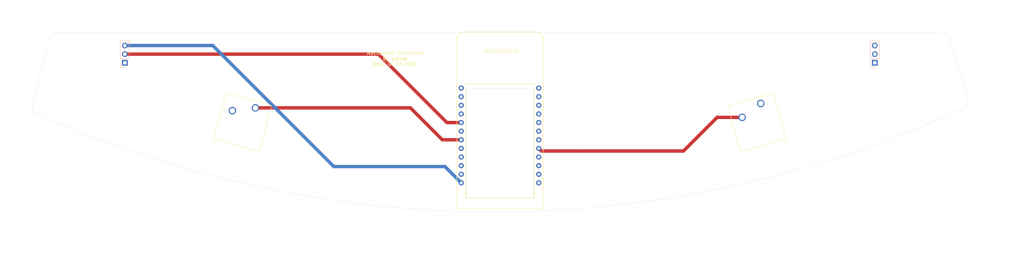
<source format=kicad_pcb>
(kicad_pcb (version 20171130) (host pcbnew "(5.1.6)-1")

  (general
    (thickness 1.6)
    (drawings 22)
    (tracks 14)
    (zones 0)
    (modules 13)
    (nets 23)
  )

  (page A4)
  (layers
    (0 F.Cu signal)
    (31 B.Cu signal)
    (32 B.Adhes user)
    (33 F.Adhes user)
    (34 B.Paste user)
    (35 F.Paste user)
    (36 B.SilkS user)
    (37 F.SilkS user)
    (38 B.Mask user)
    (39 F.Mask user)
    (40 Dwgs.User user)
    (41 Cmts.User user)
    (42 Eco1.User user)
    (43 Eco2.User user)
    (44 Edge.Cuts user)
    (45 Margin user)
    (46 B.CrtYd user)
    (47 F.CrtYd user)
    (48 B.Fab user)
    (49 F.Fab user)
  )

  (setup
    (last_trace_width 1)
    (user_trace_width 0.5)
    (user_trace_width 0.75)
    (user_trace_width 1)
    (trace_clearance 0.2)
    (zone_clearance 0.508)
    (zone_45_only no)
    (trace_min 0.2)
    (via_size 0.8)
    (via_drill 0.4)
    (via_min_size 0.4)
    (via_min_drill 0.3)
    (uvia_size 0.3)
    (uvia_drill 0.1)
    (uvias_allowed no)
    (uvia_min_size 0.2)
    (uvia_min_drill 0.1)
    (edge_width 0.05)
    (segment_width 0.2)
    (pcb_text_width 0.3)
    (pcb_text_size 1.5 1.5)
    (mod_edge_width 0.12)
    (mod_text_size 1 1)
    (mod_text_width 0.15)
    (pad_size 2.7 2.7)
    (pad_drill 2.7)
    (pad_to_mask_clearance 0.05)
    (aux_axis_origin 0 0)
    (visible_elements 7FFFFFFF)
    (pcbplotparams
      (layerselection 0x010fc_ffffffff)
      (usegerberextensions false)
      (usegerberattributes true)
      (usegerberadvancedattributes true)
      (creategerberjobfile true)
      (excludeedgelayer true)
      (linewidth 0.100000)
      (plotframeref false)
      (viasonmask false)
      (mode 1)
      (useauxorigin false)
      (hpglpennumber 1)
      (hpglpenspeed 20)
      (hpglpendiameter 15.000000)
      (psnegative false)
      (psa4output false)
      (plotreference true)
      (plotvalue true)
      (plotinvisibletext false)
      (padsonsilk false)
      (subtractmaskfromsilk false)
      (outputformat 1)
      (mirror false)
      (drillshape 0)
      (scaleselection 1)
      (outputdirectory "gerber/"))
  )

  (net 0 "")
  (net 1 GND)
  (net 2 "Net-(SW1-Pad1)")
  (net 3 "Net-(SW2-Pad2)")
  (net 4 "Net-(U1-Pad6)")
  (net 5 "Net-(U1-Pad8)")
  (net 6 "Net-(U1-Pad9)")
  (net 7 +3V3)
  (net 8 "Net-(U1-Pad19)")
  (net 9 "Net-(U1-Pad20)")
  (net 10 "Net-(U1-Pad21)")
  (net 11 "Net-(U1-Pad18)")
  (net 12 "Net-(U1-Pad11)")
  (net 13 "Net-(U1-Pad10)")
  (net 14 "Net-(U1-Pad1)")
  (net 15 Din)
  (net 16 "Net-(J2-Pad3)")
  (net 17 "Net-(J2-Pad2)")
  (net 18 "Net-(J2-Pad1)")
  (net 19 SDA)
  (net 20 SCL)
  (net 21 RTC_INT)
  (net 22 RTC_OUT)

  (net_class Default "This is the default net class."
    (clearance 0.2)
    (trace_width 0.25)
    (via_dia 0.8)
    (via_drill 0.4)
    (uvia_dia 0.3)
    (uvia_drill 0.1)
    (add_net +3V3)
    (add_net Din)
    (add_net GND)
    (add_net "Net-(J2-Pad1)")
    (add_net "Net-(J2-Pad2)")
    (add_net "Net-(J2-Pad3)")
    (add_net "Net-(SW1-Pad1)")
    (add_net "Net-(SW2-Pad2)")
    (add_net "Net-(U1-Pad1)")
    (add_net "Net-(U1-Pad10)")
    (add_net "Net-(U1-Pad11)")
    (add_net "Net-(U1-Pad18)")
    (add_net "Net-(U1-Pad19)")
    (add_net "Net-(U1-Pad20)")
    (add_net "Net-(U1-Pad21)")
    (add_net "Net-(U1-Pad6)")
    (add_net "Net-(U1-Pad8)")
    (add_net "Net-(U1-Pad9)")
    (add_net RTC_INT)
    (add_net RTC_OUT)
    (add_net SCL)
    (add_net SDA)
  )

  (module ttgo:TTGO_ESP32_TDisplay_v1.1 (layer F.Cu) (tedit 5FF75D98) (tstamp 5FF7D3B0)
    (at 136.1 62.5 270)
    (path /5FE47131)
    (fp_text reference U1 (at 3.81 2.54 90) (layer F.SilkS) hide
      (effects (font (size 1 1) (thickness 0.15)))
    )
    (fp_text value TTGO_T-Display_ESP32 (at 19.304 2.286 90) (layer F.SilkS) hide
      (effects (font (size 1 1) (thickness 0.15)))
    )
    (fp_line (start 45.72 -25.4) (end 0 -25.4) (layer F.SilkS) (width 0.15))
    (fp_line (start 44.45 0) (end 0 0) (layer F.SilkS) (width 0.15))
    (fp_line (start 49.53 -25.4) (end 45.72 -25.4) (layer F.SilkS) (width 0.15))
    (fp_line (start 49.53 0) (end 44.45 0) (layer F.SilkS) (width 0.15))
    (fp_line (start 49.53 -25.4) (end 49.53 0) (layer F.SilkS) (width 0.15))
    (fp_line (start -1.27 -25.4) (end 0 -25.4) (layer F.SilkS) (width 0.15))
    (fp_line (start -2.54 -24.13) (end -1.27 -25.4) (layer F.SilkS) (width 0.15))
    (fp_line (start -2.54 -1.27) (end -2.54 -24.13) (layer F.SilkS) (width 0.15))
    (fp_line (start -1.27 0) (end -2.54 -1.27) (layer F.SilkS) (width 0.15))
    (fp_line (start 0 0) (end -1.27 0) (layer F.SilkS) (width 0.15))
    (fp_line (start 12.7 -2.54) (end 12.7 -22.86) (layer F.SilkS) (width 0.15))
    (fp_line (start 46.355 -2.54) (end 12.7 -2.54) (layer F.SilkS) (width 0.15))
    (fp_line (start 46.355 -22.86) (end 46.355 -2.54) (layer F.SilkS) (width 0.15))
    (fp_line (start 12.7 -22.86) (end 46.355 -22.86) (layer F.SilkS) (width 0.15))
    (pad 13 thru_hole circle (at 41.91 -24.13 270) (size 1.524 1.524) (drill 0.762) (layers *.Cu *.Mask)
      (net 1 GND))
    (pad 14 thru_hole circle (at 39.37 -24.13 270) (size 1.524 1.524) (drill 0.762) (layers *.Cu *.Mask)
      (net 1 GND))
    (pad 15 thru_hole circle (at 36.83 -24.13 270) (size 1.524 1.524) (drill 0.762) (layers *.Cu *.Mask)
      (net 19 SDA))
    (pad 16 thru_hole circle (at 34.29 -24.13 270) (size 1.524 1.524) (drill 0.762) (layers *.Cu *.Mask)
      (net 20 SCL))
    (pad 17 thru_hole circle (at 31.75 -24.13 270) (size 1.524 1.524) (drill 0.762) (layers *.Cu *.Mask)
      (net 3 "Net-(SW2-Pad2)"))
    (pad 18 thru_hole circle (at 29.21 -24.13 270) (size 1.524 1.524) (drill 0.762) (layers *.Cu *.Mask)
      (net 11 "Net-(U1-Pad18)"))
    (pad 19 thru_hole circle (at 26.67 -24.13 270) (size 1.524 1.524) (drill 0.762) (layers *.Cu *.Mask)
      (net 8 "Net-(U1-Pad19)"))
    (pad 20 thru_hole circle (at 24.13 -24.13 270) (size 1.524 1.524) (drill 0.762) (layers *.Cu *.Mask)
      (net 9 "Net-(U1-Pad20)"))
    (pad 21 thru_hole circle (at 21.59 -24.13 270) (size 1.524 1.524) (drill 0.762) (layers *.Cu *.Mask)
      (net 10 "Net-(U1-Pad21)"))
    (pad 22 thru_hole circle (at 19.05 -24.13 270) (size 1.524 1.524) (drill 0.762) (layers *.Cu *.Mask)
      (net 1 GND))
    (pad 23 thru_hole circle (at 16.51 -24.13 270) (size 1.524 1.524) (drill 0.762) (layers *.Cu *.Mask)
      (net 1 GND))
    (pad 24 thru_hole circle (at 13.97 -24.13 270) (size 1.524 1.524) (drill 0.762) (layers *.Cu *.Mask)
      (net 7 +3V3))
    (pad 12 thru_hole circle (at 41.91 -1.27 270) (size 1.524 1.524) (drill 0.762) (layers *.Cu *.Mask)
      (net 7 +3V3))
    (pad 11 thru_hole circle (at 39.37 -1.27 270) (size 1.524 1.524) (drill 0.762) (layers *.Cu *.Mask)
      (net 12 "Net-(U1-Pad11)"))
    (pad 10 thru_hole circle (at 36.83 -1.27 270) (size 1.524 1.524) (drill 0.762) (layers *.Cu *.Mask)
      (net 13 "Net-(U1-Pad10)"))
    (pad 9 thru_hole circle (at 34.29 -1.27 270) (size 1.524 1.524) (drill 0.762) (layers *.Cu *.Mask)
      (net 6 "Net-(U1-Pad9)"))
    (pad 8 thru_hole circle (at 31.75 -1.27 270) (size 1.524 1.524) (drill 0.762) (layers *.Cu *.Mask)
      (net 5 "Net-(U1-Pad8)"))
    (pad 7 thru_hole circle (at 29.21 -1.27 270) (size 1.524 1.524) (drill 0.762) (layers *.Cu *.Mask)
      (net 2 "Net-(SW1-Pad1)"))
    (pad 6 thru_hole circle (at 26.67 -1.27 270) (size 1.524 1.524) (drill 0.762) (layers *.Cu *.Mask)
      (net 4 "Net-(U1-Pad6)"))
    (pad 5 thru_hole circle (at 24.13 -1.27 270) (size 1.524 1.524) (drill 0.762) (layers *.Cu *.Mask)
      (net 15 Din))
    (pad 4 thru_hole circle (at 21.59 -1.27 270) (size 1.524 1.524) (drill 0.762) (layers *.Cu *.Mask)
      (net 22 RTC_OUT))
    (pad 3 thru_hole circle (at 19.05 -1.27 270) (size 1.524 1.524) (drill 0.762) (layers *.Cu *.Mask)
      (net 21 RTC_INT))
    (pad 2 thru_hole circle (at 16.51 -1.27 270) (size 1.524 1.524) (drill 0.762) (layers *.Cu *.Mask)
      (net 1 GND))
    (pad 1 thru_hole circle (at 13.97 -1.27 270) (size 1.524 1.524) (drill 0.762) (layers *.Cu *.Mask)
      (net 14 "Net-(U1-Pad1)"))
  )

  (module MountingHole:MountingHole_2.7mm_M2.5_DIN965 (layer F.Cu) (tedit 56D1B4CB) (tstamp 5FE7F32E)
    (at 283.7 79.9)
    (descr "Mounting Hole 2.7mm, no annular, M2.5, DIN965")
    (tags "mounting hole 2.7mm no annular m2.5 din965")
    (path /5FE84FB6)
    (attr virtual)
    (fp_text reference H8 (at 0 -3.35) (layer F.SilkS) hide
      (effects (font (size 1 1) (thickness 0.15)))
    )
    (fp_text value MountingHole (at 0 3.35) (layer F.Fab)
      (effects (font (size 1 1) (thickness 0.15)))
    )
    (fp_circle (center 0 0) (end 2.6 0) (layer F.CrtYd) (width 0.05))
    (fp_circle (center 0 0) (end 2.35 0) (layer Cmts.User) (width 0.15))
    (fp_text user %R (at 0.3 0) (layer F.Fab)
      (effects (font (size 1 1) (thickness 0.15)))
    )
    (pad 1 np_thru_hole circle (at 0 0) (size 2.7 2.7) (drill 2.7) (layers *.Cu *.Mask))
  )

  (module MountingHole:MountingHole_2.7mm_M2.5_DIN965 (layer F.Cu) (tedit 56D1B4CB) (tstamp 5FE7F326)
    (at 278.6 62.8)
    (descr "Mounting Hole 2.7mm, no annular, M2.5, DIN965")
    (tags "mounting hole 2.7mm no annular m2.5 din965")
    (path /5FE82337)
    (attr virtual)
    (fp_text reference H7 (at 0 -3.35) (layer F.SilkS) hide
      (effects (font (size 1 1) (thickness 0.15)))
    )
    (fp_text value MountingHole (at 0 3.35) (layer F.Fab)
      (effects (font (size 1 1) (thickness 0.15)))
    )
    (fp_circle (center 0 0) (end 2.6 0) (layer F.CrtYd) (width 0.05))
    (fp_circle (center 0 0) (end 2.35 0) (layer Cmts.User) (width 0.15))
    (fp_text user %R (at 0.3 0) (layer F.Fab)
      (effects (font (size 1 1) (thickness 0.15)))
    )
    (pad 1 np_thru_hole circle (at 0 0) (size 2.7 2.7) (drill 2.7) (layers *.Cu *.Mask))
  )

  (module MountingHole:MountingHole_2.7mm_M2.5_DIN965 (layer F.Cu) (tedit 56D1B4CB) (tstamp 5FE7F31E)
    (at 170.6 108.7)
    (descr "Mounting Hole 2.7mm, no annular, M2.5, DIN965")
    (tags "mounting hole 2.7mm no annular m2.5 din965")
    (path /5FE84FB0)
    (attr virtual)
    (fp_text reference H6 (at 0 -3.35) (layer F.SilkS) hide
      (effects (font (size 1 1) (thickness 0.15)))
    )
    (fp_text value MountingHole (at 0 3.35) (layer F.Fab)
      (effects (font (size 1 1) (thickness 0.15)))
    )
    (fp_circle (center 0 0) (end 2.6 0) (layer F.CrtYd) (width 0.05))
    (fp_circle (center 0 0) (end 2.35 0) (layer Cmts.User) (width 0.15))
    (fp_text user %R (at 0.3 0) (layer F.Fab)
      (effects (font (size 1 1) (thickness 0.15)))
    )
    (pad 1 np_thru_hole circle (at 0 0) (size 2.7 2.7) (drill 2.7) (layers *.Cu *.Mask))
  )

  (module MountingHole:MountingHole_2.7mm_M2.5_DIN965 (layer F.Cu) (tedit 56D1B4CB) (tstamp 5FE7F30E)
    (at 127.1 108.7)
    (descr "Mounting Hole 2.7mm, no annular, M2.5, DIN965")
    (tags "mounting hole 2.7mm no annular m2.5 din965")
    (path /5FE84FAA)
    (attr virtual)
    (fp_text reference H4 (at 0 -3.35) (layer F.SilkS) hide
      (effects (font (size 1 1) (thickness 0.15)))
    )
    (fp_text value MountingHole (at 0 3.35) (layer F.Fab)
      (effects (font (size 1 1) (thickness 0.15)))
    )
    (fp_circle (center 0 0) (end 2.6 0) (layer F.CrtYd) (width 0.05))
    (fp_circle (center 0 0) (end 2.35 0) (layer Cmts.User) (width 0.15))
    (fp_text user %R (at 0.3 0) (layer F.Fab)
      (effects (font (size 1 1) (thickness 0.15)))
    )
    (pad 1 np_thru_hole circle (at 0 0) (size 2.7 2.7) (drill 2.7) (layers *.Cu *.Mask))
  )

  (module MountingHole:MountingHole_2.7mm_M2.5_DIN965 (layer F.Cu) (tedit 56D1B4CB) (tstamp 5FE7F2FE)
    (at 13.9 81.6)
    (descr "Mounting Hole 2.7mm, no annular, M2.5, DIN965")
    (tags "mounting hole 2.7mm no annular m2.5 din965")
    (path /5FE84FBC)
    (attr virtual)
    (fp_text reference H2 (at 0 -3.35) (layer F.SilkS) hide
      (effects (font (size 1 1) (thickness 0.15)))
    )
    (fp_text value MountingHole (at 0 3.35) (layer F.Fab)
      (effects (font (size 1 1) (thickness 0.15)))
    )
    (fp_circle (center 0 0) (end 2.6 0) (layer F.CrtYd) (width 0.05))
    (fp_circle (center 0 0) (end 2.35 0) (layer Cmts.User) (width 0.15))
    (fp_text user %R (at 0.3 0) (layer F.Fab)
      (effects (font (size 1 1) (thickness 0.15)))
    )
    (pad 1 np_thru_hole circle (at 0 0) (size 2.7 2.7) (drill 2.7) (layers *.Cu *.Mask))
  )

  (module MountingHole:MountingHole_2.7mm_M2.5_DIN965 (layer F.Cu) (tedit 5FE77236) (tstamp 5FE7F2F6)
    (at 18.7 62.9)
    (descr "Mounting Hole 2.7mm, no annular, M2.5, DIN965")
    (tags "mounting hole 2.7mm no annular m2.5 din965")
    (path /5FE82640)
    (attr virtual)
    (fp_text reference H1 (at 0 -3.35) (layer F.SilkS) hide
      (effects (font (size 1 1) (thickness 0.15)))
    )
    (fp_text value MountingHole (at 0 3.35) (layer F.Fab)
      (effects (font (size 1 1) (thickness 0.15)))
    )
    (fp_circle (center 0 0) (end 2.6 0) (layer F.CrtYd) (width 0.05))
    (fp_circle (center 0 0) (end 2.35 0) (layer Cmts.User) (width 0.15))
    (fp_text user %R (at 0.3 0) (layer F.Fab)
      (effects (font (size 1 1) (thickness 0.15)))
    )
    (pad "" np_thru_hole circle (at 0 0) (size 2.7 2.7) (drill 2.7) (layers *.Cu *.Mask))
  )

  (module Button_Switch_Keyboard:SW_Cherry_MX_6.25u_PCB (layer F.Cu) (tedit 5A02FE24) (tstamp 5FE75472)
    (at 76.7 82.3 345)
    (descr "Cherry MX keyswitch, 6.25u, PCB mount, http://cherryamericas.com/wp-content/uploads/2014/12/mx_cat.pdf")
    (tags "Cherry MX keyswitch 6.25u PCB")
    (path /5FE36FA7)
    (fp_text reference SW1 (at -2.54 -2.794 165) (layer F.SilkS) hide
      (effects (font (size 1 1) (thickness 0.15)))
    )
    (fp_text value SW_Push (at -2.54 12.954 165) (layer F.Fab)
      (effects (font (size 1 1) (thickness 0.15)))
    )
    (fp_line (start -8.89 -1.27) (end 3.81 -1.27) (layer F.Fab) (width 0.1))
    (fp_line (start 3.81 -1.27) (end 3.81 11.43) (layer F.Fab) (width 0.1))
    (fp_line (start 3.81 11.43) (end -8.89 11.43) (layer F.Fab) (width 0.1))
    (fp_line (start -8.89 11.43) (end -8.89 -1.27) (layer F.Fab) (width 0.1))
    (fp_line (start -9.14 11.68) (end -9.14 -1.52) (layer F.CrtYd) (width 0.05))
    (fp_line (start 4.06 11.68) (end -9.14 11.68) (layer F.CrtYd) (width 0.05))
    (fp_line (start 4.06 -1.52) (end 4.06 11.68) (layer F.CrtYd) (width 0.05))
    (fp_line (start -9.14 -1.52) (end 4.06 -1.52) (layer F.CrtYd) (width 0.05))
    (fp_line (start -62.07125 -4.445) (end 56.99125 -4.445) (layer Dwgs.User) (width 0.15))
    (fp_line (start 56.99125 -4.445) (end 56.99125 14.605) (layer Dwgs.User) (width 0.15))
    (fp_line (start 56.99125 14.605) (end -62.07125 14.605) (layer Dwgs.User) (width 0.15))
    (fp_line (start -62.07125 14.605) (end -62.07125 -4.445) (layer Dwgs.User) (width 0.15))
    (fp_line (start -9.525 -1.905) (end 4.445 -1.905) (layer F.SilkS) (width 0.12))
    (fp_line (start 4.445 -1.905) (end 4.445 12.065) (layer F.SilkS) (width 0.12))
    (fp_line (start 4.445 12.065) (end -9.525 12.065) (layer F.SilkS) (width 0.12))
    (fp_line (start -9.525 12.065) (end -9.525 -1.905) (layer F.SilkS) (width 0.12))
    (fp_text user %R (at -2.54 -2.794 165) (layer F.Fab)
      (effects (font (size 1 1) (thickness 0.15)))
    )
    (pad "" np_thru_hole circle (at 47.46 -1.92 345) (size 3.05 3.05) (drill 3.05) (layers *.Cu *.Mask))
    (pad "" np_thru_hole circle (at -52.54 -1.92 345) (size 3.05 3.05) (drill 3.05) (layers *.Cu *.Mask))
    (pad "" np_thru_hole circle (at -52.54 13.32 345) (size 4 4) (drill 4) (layers *.Cu *.Mask))
    (pad "" np_thru_hole circle (at 47.46 13.32 345) (size 4 4) (drill 4) (layers *.Cu *.Mask))
    (pad "" np_thru_hole circle (at 2.54 5.08 345) (size 1.7 1.7) (drill 1.7) (layers *.Cu *.Mask))
    (pad "" np_thru_hole circle (at -7.62 5.08 345) (size 1.7 1.7) (drill 1.7) (layers *.Cu *.Mask))
    (pad "" np_thru_hole circle (at -2.54 5.08 345) (size 4 4) (drill 4) (layers *.Cu *.Mask))
    (pad 2 thru_hole circle (at -6.35 2.54 345) (size 2.2 2.2) (drill 1.5) (layers *.Cu *.Mask)
      (net 1 GND))
    (pad 1 thru_hole circle (at 0 0 345) (size 2.2 2.2) (drill 1.5) (layers *.Cu *.Mask)
      (net 2 "Net-(SW1-Pad1)"))
    (model ${KISYS3DMOD}/Button_Switch_Keyboard.3dshapes/SW_Cherry_MX_6.25u_PCB.wrl
      (at (xyz 0 0 0))
      (scale (xyz 1 1 1))
      (rotate (xyz 0 0 0))
    )
  )

  (module Button_Switch_Keyboard:SW_Cherry_MX_6.25u_PCB (layer F.Cu) (tedit 5A02FE24) (tstamp 5FE3C984)
    (at 225.67 81 15)
    (descr "Cherry MX keyswitch, 6.25u, PCB mount, http://cherryamericas.com/wp-content/uploads/2014/12/mx_cat.pdf")
    (tags "Cherry MX keyswitch 6.25u PCB")
    (path /5FE36873)
    (fp_text reference SW2 (at -2.54 -2.794 15) (layer F.SilkS) hide
      (effects (font (size 1 1) (thickness 0.15)))
    )
    (fp_text value SW_Push (at -2.54 12.954 15) (layer F.Fab)
      (effects (font (size 1 1) (thickness 0.15)))
    )
    (fp_line (start -9.525 12.065) (end -9.525 -1.905) (layer F.SilkS) (width 0.12))
    (fp_line (start 4.445 12.065) (end -9.525 12.065) (layer F.SilkS) (width 0.12))
    (fp_line (start 4.445 -1.905) (end 4.445 12.065) (layer F.SilkS) (width 0.12))
    (fp_line (start -9.525 -1.905) (end 4.445 -1.905) (layer F.SilkS) (width 0.12))
    (fp_line (start -62.07125 14.605) (end -62.07125 -4.445) (layer Dwgs.User) (width 0.15))
    (fp_line (start 56.99125 14.605) (end -62.07125 14.605) (layer Dwgs.User) (width 0.15))
    (fp_line (start 56.99125 -4.445) (end 56.99125 14.605) (layer Dwgs.User) (width 0.15))
    (fp_line (start -62.07125 -4.445) (end 56.99125 -4.445) (layer Dwgs.User) (width 0.15))
    (fp_line (start -9.14 -1.52) (end 4.06 -1.52) (layer F.CrtYd) (width 0.05))
    (fp_line (start 4.06 -1.52) (end 4.06 11.68) (layer F.CrtYd) (width 0.05))
    (fp_line (start 4.06 11.68) (end -9.14 11.68) (layer F.CrtYd) (width 0.05))
    (fp_line (start -9.14 11.68) (end -9.14 -1.52) (layer F.CrtYd) (width 0.05))
    (fp_line (start -8.89 11.43) (end -8.89 -1.27) (layer F.Fab) (width 0.1))
    (fp_line (start 3.81 11.43) (end -8.89 11.43) (layer F.Fab) (width 0.1))
    (fp_line (start 3.81 -1.27) (end 3.81 11.43) (layer F.Fab) (width 0.1))
    (fp_line (start -8.89 -1.27) (end 3.81 -1.27) (layer F.Fab) (width 0.1))
    (fp_text user %R (at -2.54 -2.794 15) (layer F.Fab)
      (effects (font (size 1 1) (thickness 0.15)))
    )
    (pad 1 thru_hole circle (at 0 0 15) (size 2.2 2.2) (drill 1.5) (layers *.Cu *.Mask)
      (net 1 GND))
    (pad 2 thru_hole circle (at -6.35 2.54 15) (size 2.2 2.2) (drill 1.5) (layers *.Cu *.Mask)
      (net 3 "Net-(SW2-Pad2)"))
    (pad "" np_thru_hole circle (at -2.54 5.08 15) (size 4 4) (drill 4) (layers *.Cu *.Mask))
    (pad "" np_thru_hole circle (at -7.62 5.08 15) (size 1.7 1.7) (drill 1.7) (layers *.Cu *.Mask))
    (pad "" np_thru_hole circle (at 2.54 5.08 15) (size 1.7 1.7) (drill 1.7) (layers *.Cu *.Mask))
    (pad "" np_thru_hole circle (at 47.46 13.32 15) (size 4 4) (drill 4) (layers *.Cu *.Mask))
    (pad "" np_thru_hole circle (at -52.54 13.32 15) (size 4 4) (drill 4) (layers *.Cu *.Mask))
    (pad "" np_thru_hole circle (at -52.54 -1.92 15) (size 3.05 3.05) (drill 3.05) (layers *.Cu *.Mask))
    (pad "" np_thru_hole circle (at 47.46 -1.92 15) (size 3.05 3.05) (drill 3.05) (layers *.Cu *.Mask))
    (model ${KISYS3DMOD}/Button_Switch_Keyboard.3dshapes/SW_Cherry_MX_6.25u_PCB.wrl
      (at (xyz 0 0 0))
      (scale (xyz 1 1 1))
      (rotate (xyz 0 0 0))
    )
  )

  (module Connector_PinHeader_2.54mm:PinHeader_1x03_P2.54mm_Vertical (layer B.Cu) (tedit 59FED5CC) (tstamp 5FE8054A)
    (at 38.2 69)
    (descr "Through hole straight pin header, 1x03, 2.54mm pitch, single row")
    (tags "Through hole pin header THT 1x03 2.54mm single row")
    (path /5FE7B82D)
    (fp_text reference J1 (at 0 2.33) (layer B.SilkS) hide
      (effects (font (size 1 1) (thickness 0.15)) (justify mirror))
    )
    (fp_text value Conn_01x03_Male (at 0 -7.41) (layer B.Fab)
      (effects (font (size 1 1) (thickness 0.15)) (justify mirror))
    )
    (fp_line (start -0.635 1.27) (end 1.27 1.27) (layer B.Fab) (width 0.1))
    (fp_line (start 1.27 1.27) (end 1.27 -6.35) (layer B.Fab) (width 0.1))
    (fp_line (start 1.27 -6.35) (end -1.27 -6.35) (layer B.Fab) (width 0.1))
    (fp_line (start -1.27 -6.35) (end -1.27 0.635) (layer B.Fab) (width 0.1))
    (fp_line (start -1.27 0.635) (end -0.635 1.27) (layer B.Fab) (width 0.1))
    (fp_line (start -1.33 -6.41) (end 1.33 -6.41) (layer B.SilkS) (width 0.12))
    (fp_line (start -1.33 -1.27) (end -1.33 -6.41) (layer B.SilkS) (width 0.12))
    (fp_line (start 1.33 -1.27) (end 1.33 -6.41) (layer B.SilkS) (width 0.12))
    (fp_line (start -1.33 -1.27) (end 1.33 -1.27) (layer B.SilkS) (width 0.12))
    (fp_line (start -1.33 0) (end -1.33 1.33) (layer B.SilkS) (width 0.12))
    (fp_line (start -1.33 1.33) (end 0 1.33) (layer B.SilkS) (width 0.12))
    (fp_line (start -1.8 1.8) (end -1.8 -6.85) (layer B.CrtYd) (width 0.05))
    (fp_line (start -1.8 -6.85) (end 1.8 -6.85) (layer B.CrtYd) (width 0.05))
    (fp_line (start 1.8 -6.85) (end 1.8 1.8) (layer B.CrtYd) (width 0.05))
    (fp_line (start 1.8 1.8) (end -1.8 1.8) (layer B.CrtYd) (width 0.05))
    (fp_text user %R (at 0 -2.54 -90) (layer B.Fab)
      (effects (font (size 1 1) (thickness 0.15)) (justify mirror))
    )
    (pad 1 thru_hole rect (at 0 0) (size 1.7 1.7) (drill 1) (layers *.Cu *.Mask)
      (net 1 GND))
    (pad 2 thru_hole oval (at 0 -2.54) (size 1.7 1.7) (drill 1) (layers *.Cu *.Mask)
      (net 15 Din))
    (pad 3 thru_hole oval (at 0 -5.08) (size 1.7 1.7) (drill 1) (layers *.Cu *.Mask)
      (net 7 +3V3))
    (model ${KISYS3DMOD}/Connector_PinHeader_2.54mm.3dshapes/PinHeader_1x03_P2.54mm_Vertical.wrl
      (at (xyz 0 0 0))
      (scale (xyz 1 1 1))
      (rotate (xyz 0 0 0))
    )
  )

  (module Connector_PinHeader_2.54mm:PinHeader_1x03_P2.54mm_Vertical (layer B.Cu) (tedit 59FED5CC) (tstamp 5FE80482)
    (at 259.3 69)
    (descr "Through hole straight pin header, 1x03, 2.54mm pitch, single row")
    (tags "Through hole pin header THT 1x03 2.54mm single row")
    (path /5FE7F7C8)
    (fp_text reference J2 (at 0 2.33) (layer B.SilkS) hide
      (effects (font (size 1 1) (thickness 0.15)) (justify mirror))
    )
    (fp_text value Conn_01x03_Male (at 0 -7.41) (layer B.Fab)
      (effects (font (size 1 1) (thickness 0.15)) (justify mirror))
    )
    (fp_line (start 1.8 1.8) (end -1.8 1.8) (layer B.CrtYd) (width 0.05))
    (fp_line (start 1.8 -6.85) (end 1.8 1.8) (layer B.CrtYd) (width 0.05))
    (fp_line (start -1.8 -6.85) (end 1.8 -6.85) (layer B.CrtYd) (width 0.05))
    (fp_line (start -1.8 1.8) (end -1.8 -6.85) (layer B.CrtYd) (width 0.05))
    (fp_line (start -1.33 1.33) (end 0 1.33) (layer B.SilkS) (width 0.12))
    (fp_line (start -1.33 0) (end -1.33 1.33) (layer B.SilkS) (width 0.12))
    (fp_line (start -1.33 -1.27) (end 1.33 -1.27) (layer B.SilkS) (width 0.12))
    (fp_line (start 1.33 -1.27) (end 1.33 -6.41) (layer B.SilkS) (width 0.12))
    (fp_line (start -1.33 -1.27) (end -1.33 -6.41) (layer B.SilkS) (width 0.12))
    (fp_line (start -1.33 -6.41) (end 1.33 -6.41) (layer B.SilkS) (width 0.12))
    (fp_line (start -1.27 0.635) (end -0.635 1.27) (layer B.Fab) (width 0.1))
    (fp_line (start -1.27 -6.35) (end -1.27 0.635) (layer B.Fab) (width 0.1))
    (fp_line (start 1.27 -6.35) (end -1.27 -6.35) (layer B.Fab) (width 0.1))
    (fp_line (start 1.27 1.27) (end 1.27 -6.35) (layer B.Fab) (width 0.1))
    (fp_line (start -0.635 1.27) (end 1.27 1.27) (layer B.Fab) (width 0.1))
    (fp_text user %R (at 0 -2.54 270) (layer B.Fab)
      (effects (font (size 1 1) (thickness 0.15)) (justify mirror))
    )
    (pad 3 thru_hole oval (at 0 -5.08) (size 1.7 1.7) (drill 1) (layers *.Cu *.Mask)
      (net 16 "Net-(J2-Pad3)"))
    (pad 2 thru_hole oval (at 0 -2.54) (size 1.7 1.7) (drill 1) (layers *.Cu *.Mask)
      (net 17 "Net-(J2-Pad2)"))
    (pad 1 thru_hole rect (at 0 0) (size 1.7 1.7) (drill 1) (layers *.Cu *.Mask)
      (net 18 "Net-(J2-Pad1)"))
    (model ${KISYS3DMOD}/Connector_PinHeader_2.54mm.3dshapes/PinHeader_1x03_P2.54mm_Vertical.wrl
      (at (xyz 0 0 0))
      (scale (xyz 1 1 1))
      (rotate (xyz 0 0 0))
    )
  )

  (module MountingHole:MountingHole_2.7mm_M2.5_DIN965 (layer F.Cu) (tedit 56D1B4CB) (tstamp 5FF3DB7F)
    (at 129.3 63)
    (descr "Mounting Hole 2.7mm, no annular, M2.5, DIN965")
    (tags "mounting hole 2.7mm no annular m2.5 din965")
    (path /5FE81DFA)
    (attr virtual)
    (fp_text reference H3 (at 0 -3.35) (layer F.SilkS) hide
      (effects (font (size 1 1) (thickness 0.15)))
    )
    (fp_text value MountingHole (at 0 3.35) (layer F.Fab) hide
      (effects (font (size 1 1) (thickness 0.15)))
    )
    (fp_circle (center 0 0) (end 2.6 0) (layer F.CrtYd) (width 0.05))
    (fp_circle (center 0 0) (end 2.35 0) (layer Cmts.User) (width 0.15))
    (fp_text user %R (at 0.3 0) (layer F.Fab) hide
      (effects (font (size 1 1) (thickness 0.15)))
    )
    (pad 1 np_thru_hole circle (at 0 0) (size 2.7 2.7) (drill 2.7) (layers *.Cu *.Mask))
  )

  (module MountingHole:MountingHole_2.7mm_M2.5_DIN965 (layer F.Cu) (tedit 56D1B4CB) (tstamp 5FF3DB87)
    (at 168 63.3)
    (descr "Mounting Hole 2.7mm, no annular, M2.5, DIN965")
    (tags "mounting hole 2.7mm no annular m2.5 din965")
    (path /5FE820EA)
    (attr virtual)
    (fp_text reference H5 (at 0 -3.35) (layer F.SilkS) hide
      (effects (font (size 1 1) (thickness 0.15)))
    )
    (fp_text value MountingHole (at 0 3.35) (layer F.Fab) hide
      (effects (font (size 1 1) (thickness 0.15)))
    )
    (fp_circle (center 0 0) (end 2.35 0) (layer Cmts.User) (width 0.15))
    (fp_circle (center 0 0) (end 2.6 0) (layer F.CrtYd) (width 0.05))
    (fp_text user %R (at 1.824999 0.924999) (layer F.Fab) hide
      (effects (font (size 1 1) (thickness 0.15)))
    )
    (pad 1 np_thru_hole circle (at 0 0) (size 2.7 2.7) (drill 2.7) (layers *.Cu *.Mask))
  )

  (gr_text JLCJLCJLCJLC (at 149.2 65.5) (layer F.SilkS)
    (effects (font (size 1 1) (thickness 0.15)))
  )
  (gr_text "Mechanical CubeTimer\nBy Waitee\nRev2 07.01.2021" (at 117.9 67.8) (layer F.SilkS)
    (effects (font (size 1 1) (thickness 0.15)))
  )
  (gr_line (start 158.8 77.1) (end 158.8 78) (layer Edge.Cuts) (width 0.05) (tstamp 5FE7BCEB))
  (gr_line (start 158.3 76.6) (end 157.7 76.6) (layer Edge.Cuts) (width 0.05) (tstamp 5FE7BCEA))
  (gr_arc (start 158.3 77.1) (end 158.8 77.1) (angle -90) (layer Edge.Cuts) (width 0.05) (tstamp 5FE7BCE3))
  (gr_line (start 139.3 76.6) (end 157.7 76.6) (layer Edge.Cuts) (width 0.05))
  (gr_line (start 158.8 108.1) (end 158.8 78) (layer Edge.Cuts) (width 0.05))
  (gr_arc (start 139.3 77.1) (end 139.3 76.6) (angle -90) (layer Edge.Cuts) (width 0.05) (tstamp 5FE7BCDE))
  (gr_arc (start 158.3 108.1) (end 158.3 108.6) (angle -90) (layer Edge.Cuts) (width 0.05) (tstamp 5FE7BCDB))
  (gr_line (start 139.3 108.6) (end 158.3 108.6) (layer Edge.Cuts) (width 0.05))
  (gr_arc (start 139.3 108.1) (end 138.8 108.1) (angle -90) (layer Edge.Cuts) (width 0.05))
  (gr_line (start 138.8 108.1) (end 138.8 77.1) (layer Edge.Cuts) (width 0.05))
  (gr_line (start 16.018575 61.567985) (end 11.08443 80.964834) (layer Edge.Cuts) (width 0.05) (tstamp 5FE7B8B8))
  (gr_arc (start 17.9 61.9) (end 18.099999 60.000001) (angle -86.00102616) (layer Edge.Cuts) (width 0.05))
  (gr_line (start 281.194812 61.485907) (end 286.672206 79.518006) (layer Edge.Cuts) (width 0.05) (tstamp 5FE7B8B5))
  (gr_arc (start 279.194813 62.085906) (end 281.194812 61.485907) (angle -75.90331797) (layer Edge.Cuts) (width 0.05))
  (gr_arc (start 284.5 80.3) (end 285.199999 82.499999) (angle -92.14875213) (layer Edge.Cuts) (width 0.05))
  (gr_line (start 160.2 60) (end 279.1 60) (layer Edge.Cuts) (width 0.05))
  (gr_line (start 137.4 60) (end 18.1 60) (layer Edge.Cuts) (width 0.05))
  (gr_arc (start 13.38443 81.864834) (end 11.08443 80.964834) (angle -83.23738871) (layer Edge.Cuts) (width 0.05))
  (gr_arc (start 147.019852 -215.757147) (end 12.219853 84.042852) (angle -49.06817226) (layer Edge.Cuts) (width 0.05))
  (gr_line (start 137.4 60) (end 160.2 60) (layer Edge.Cuts) (width 0.05))

  (segment (start 137.37 91.71) (end 131.81 91.71) (width 1) (layer F.Cu) (net 2))
  (segment (start 122.4 82.3) (end 76.7 82.3) (width 1) (layer F.Cu) (net 2))
  (segment (start 131.81 91.71) (end 122.4 82.3) (width 1) (layer F.Cu) (net 2))
  (segment (start 220.193771 85.096953) (end 212.803047 85.096953) (width 1) (layer F.Cu) (net 3))
  (segment (start 160.991999 95.011999) (end 160.23 94.25) (width 1) (layer F.Cu) (net 3))
  (segment (start 202.888001 95.011999) (end 160.991999 95.011999) (width 1) (layer F.Cu) (net 3))
  (segment (start 212.803047 85.096953) (end 202.888001 95.011999) (width 1) (layer F.Cu) (net 3))
  (segment (start 38.2 63.92) (end 64.12 63.92) (width 1) (layer B.Cu) (net 7))
  (segment (start 64.12 63.92) (end 99.8 99.6) (width 1) (layer B.Cu) (net 7))
  (segment (start 132.56 99.6) (end 137.37 104.41) (width 1) (layer B.Cu) (net 7))
  (segment (start 99.8 99.6) (end 132.56 99.6) (width 1) (layer B.Cu) (net 7))
  (segment (start 38.2 66.46) (end 112.96 66.46) (width 1) (layer F.Cu) (net 15))
  (segment (start 133.13 86.63) (end 137.37 86.63) (width 1) (layer F.Cu) (net 15))
  (segment (start 112.96 66.46) (end 133.13 86.63) (width 1) (layer F.Cu) (net 15))

  (zone (net 0) (net_name "") (layers F&B.Cu) (tstamp 0) (hatch edge 0.508)
    (connect_pads (clearance 0.508))
    (min_thickness 0.254)
    (keepout (tracks not_allowed) (vias not_allowed) (copperpour not_allowed))
    (fill (arc_segments 32) (thermal_gap 0.508) (thermal_bridge_width 0.508))
    (polygon
      (pts
        (xy 162.2 113.4) (xy 135.4 113.4) (xy 135.4 108.7) (xy 162.2 108.7)
      )
    )
  )
  (zone (net 1) (net_name GND) (layer B.Cu) (tstamp 5FE80A28) (hatch edge 0.508)
    (connect_pads (clearance 0.508))
    (min_thickness 0.254)
    (fill (arc_segments 32) (thermal_gap 0.508) (thermal_bridge_width 0.508))
    (polygon
      (pts
        (xy 286.2 50.7) (xy 303.3 90.9) (xy 150.1 130.4) (xy 1.4 93.6) (xy 10.9 50.5)
        (xy 11 50.5)
      )
    )
  )
  (zone (net 1) (net_name GND) (layer F.Cu) (tstamp 0) (hatch edge 0.508)
    (connect_pads (clearance 0.508))
    (min_thickness 0.254)
    (fill (arc_segments 32) (thermal_gap 0.508) (thermal_bridge_width 0.508))
    (polygon
      (pts
        (xy 286 51) (xy 303.1 90.8) (xy 150.1 130.2) (xy 1.6 93.5) (xy 11.2 50.9)
      )
    )
  )
)

</source>
